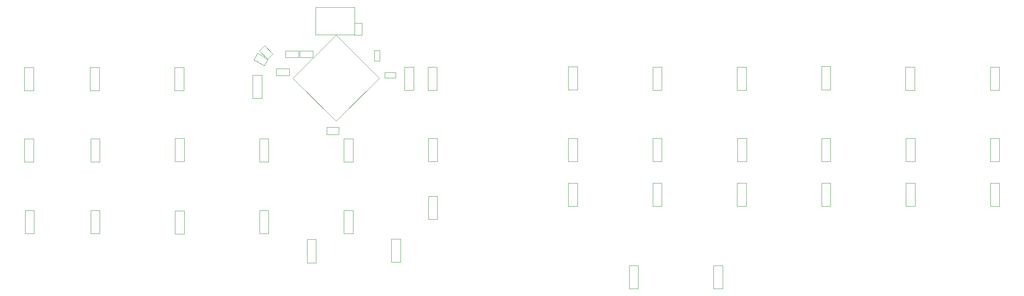
<source format=gbr>
G04 #@! TF.FileFunction,Other,User*
%FSLAX46Y46*%
G04 Gerber Fmt 4.6, Leading zero omitted, Abs format (unit mm)*
G04 Created by KiCad (PCBNEW 4.0.5) date Saturday, July 01, 2017 'AMt' 12:52:34 AM*
%MOMM*%
%LPD*%
G01*
G04 APERTURE LIST*
%ADD10C,0.100000*%
%ADD11C,0.050000*%
G04 APERTURE END LIST*
D10*
D11*
X59250000Y-9550000D02*
X62150000Y-9550000D01*
X59250000Y-8050000D02*
X62150000Y-8050000D01*
X59250000Y-9550000D02*
X59250000Y-8050000D01*
X62150000Y-9550000D02*
X62150000Y-8050000D01*
X61300000Y-5600000D02*
X64200000Y-5600000D01*
X61300000Y-4100000D02*
X64200000Y-4100000D01*
X61300000Y-5600000D02*
X61300000Y-4100000D01*
X64200000Y-5600000D02*
X64200000Y-4100000D01*
X67890000Y5460000D02*
X76490000Y5460000D01*
X67890000Y-590000D02*
X76490000Y-590000D01*
X67890000Y5460000D02*
X67890000Y-590000D01*
X76490000Y5460000D02*
X76490000Y-590000D01*
X64390000Y-5600000D02*
X67290000Y-5600000D01*
X64390000Y-4100000D02*
X67290000Y-4100000D01*
X64390000Y-5600000D02*
X64390000Y-4100000D01*
X67290000Y-5600000D02*
X67290000Y-4100000D01*
X6100000Y-12850000D02*
X6100000Y-7750000D01*
X6100000Y-7750000D02*
X4100000Y-7750000D01*
X4100000Y-7750000D02*
X4100000Y-12850000D01*
X4100000Y-12850000D02*
X6100000Y-12850000D01*
X20500000Y-12850000D02*
X20500000Y-7750000D01*
X20500000Y-7750000D02*
X18500000Y-7750000D01*
X18500000Y-7750000D02*
X18500000Y-12850000D01*
X18500000Y-12850000D02*
X20500000Y-12850000D01*
X39000000Y-12850000D02*
X39000000Y-7750000D01*
X39000000Y-7750000D02*
X37000000Y-7750000D01*
X37000000Y-7750000D02*
X37000000Y-12850000D01*
X37000000Y-12850000D02*
X39000000Y-12850000D01*
X56100000Y-14550000D02*
X56100000Y-9450000D01*
X56100000Y-9450000D02*
X54100000Y-9450000D01*
X54100000Y-9450000D02*
X54100000Y-14550000D01*
X54100000Y-14550000D02*
X56100000Y-14550000D01*
X89400000Y-12750000D02*
X89400000Y-7650000D01*
X89400000Y-7650000D02*
X87400000Y-7650000D01*
X87400000Y-7650000D02*
X87400000Y-12750000D01*
X87400000Y-12750000D02*
X89400000Y-12750000D01*
X94500000Y-12750000D02*
X94500000Y-7650000D01*
X94500000Y-7650000D02*
X92500000Y-7650000D01*
X92500000Y-7650000D02*
X92500000Y-12750000D01*
X92500000Y-12750000D02*
X94500000Y-12750000D01*
X125300000Y-12699940D02*
X125300000Y-7599940D01*
X125300000Y-7599940D02*
X123300000Y-7599940D01*
X123300000Y-7599940D02*
X123300000Y-12699940D01*
X123300000Y-12699940D02*
X125300000Y-12699940D01*
X143800000Y-12750000D02*
X143800000Y-7650000D01*
X143800000Y-7650000D02*
X141800000Y-7650000D01*
X141800000Y-7650000D02*
X141800000Y-12750000D01*
X141800000Y-12750000D02*
X143800000Y-12750000D01*
X162300000Y-12750000D02*
X162300000Y-7650000D01*
X162300000Y-7650000D02*
X160300000Y-7650000D01*
X160300000Y-7650000D02*
X160300000Y-12750000D01*
X160300000Y-12750000D02*
X162300000Y-12750000D01*
X180800000Y-12650000D02*
X180800000Y-7550000D01*
X180800000Y-7550000D02*
X178800000Y-7550000D01*
X178800000Y-7550000D02*
X178800000Y-12650000D01*
X178800000Y-12650000D02*
X180800000Y-12650000D01*
X199200000Y-12750000D02*
X199200000Y-7650000D01*
X199200000Y-7650000D02*
X197200000Y-7650000D01*
X197200000Y-7650000D02*
X197200000Y-12750000D01*
X197200000Y-12750000D02*
X199200000Y-12750000D01*
X217800000Y-12750000D02*
X217800000Y-7650000D01*
X217800000Y-7650000D02*
X215800000Y-7650000D01*
X215800000Y-7650000D02*
X215800000Y-12750000D01*
X215800000Y-12750000D02*
X217800000Y-12750000D01*
X6100000Y-28550000D02*
X6100000Y-23450000D01*
X6100000Y-23450000D02*
X4100000Y-23450000D01*
X4100000Y-23450000D02*
X4100000Y-28550000D01*
X4100000Y-28550000D02*
X6100000Y-28550000D01*
X20600000Y-28550000D02*
X20600000Y-23450000D01*
X20600000Y-23450000D02*
X18600000Y-23450000D01*
X18600000Y-23450000D02*
X18600000Y-28550000D01*
X18600000Y-28550000D02*
X20600000Y-28550000D01*
X39100000Y-28450000D02*
X39100000Y-23350000D01*
X39100000Y-23350000D02*
X37100000Y-23350000D01*
X37100000Y-23350000D02*
X37100000Y-28450000D01*
X37100000Y-28450000D02*
X39100000Y-28450000D01*
X57600000Y-28550000D02*
X57600000Y-23450000D01*
X57600000Y-23450000D02*
X55600000Y-23450000D01*
X55600000Y-23450000D02*
X55600000Y-28550000D01*
X55600000Y-28550000D02*
X57600000Y-28550000D01*
X76100000Y-28550000D02*
X76100000Y-23450000D01*
X76100000Y-23450000D02*
X74100000Y-23450000D01*
X74100000Y-23450000D02*
X74100000Y-28550000D01*
X74100000Y-28550000D02*
X76100000Y-28550000D01*
X94600000Y-28450000D02*
X94600000Y-23350000D01*
X94600000Y-23350000D02*
X92600000Y-23350000D01*
X92600000Y-23350000D02*
X92600000Y-28450000D01*
X92600000Y-28450000D02*
X94600000Y-28450000D01*
X125300000Y-28450000D02*
X125300000Y-23350000D01*
X125300000Y-23350000D02*
X123300000Y-23350000D01*
X123300000Y-23350000D02*
X123300000Y-28450000D01*
X123300000Y-28450000D02*
X125300000Y-28450000D01*
X143800000Y-28450000D02*
X143800000Y-23350000D01*
X143800000Y-23350000D02*
X141800000Y-23350000D01*
X141800000Y-23350000D02*
X141800000Y-28450000D01*
X141800000Y-28450000D02*
X143800000Y-28450000D01*
X162380000Y-28449940D02*
X162380000Y-23349940D01*
X162380000Y-23349940D02*
X160380000Y-23349940D01*
X160380000Y-23349940D02*
X160380000Y-28449940D01*
X160380000Y-28449940D02*
X162380000Y-28449940D01*
X180800000Y-28450000D02*
X180800000Y-23350000D01*
X180800000Y-23350000D02*
X178800000Y-23350000D01*
X178800000Y-23350000D02*
X178800000Y-28450000D01*
X178800000Y-28450000D02*
X180800000Y-28450000D01*
X199300000Y-28450000D02*
X199300000Y-23350000D01*
X199300000Y-23350000D02*
X197300000Y-23350000D01*
X197300000Y-23350000D02*
X197300000Y-28450000D01*
X197300000Y-28450000D02*
X199300000Y-28450000D01*
X217800000Y-28450000D02*
X217800000Y-23350000D01*
X217800000Y-23350000D02*
X215800000Y-23350000D01*
X215800000Y-23350000D02*
X215800000Y-28450000D01*
X215800000Y-28450000D02*
X217800000Y-28450000D01*
X6200000Y-44250000D02*
X6200000Y-39150000D01*
X6200000Y-39150000D02*
X4200000Y-39150000D01*
X4200000Y-39150000D02*
X4200000Y-44250000D01*
X4200000Y-44250000D02*
X6200000Y-44250000D01*
X20600000Y-44250000D02*
X20600000Y-39150000D01*
X20600000Y-39150000D02*
X18600000Y-39150000D01*
X18600000Y-39150000D02*
X18600000Y-44250000D01*
X18600000Y-44250000D02*
X20600000Y-44250000D01*
X39100000Y-44350000D02*
X39100000Y-39250000D01*
X39100000Y-39250000D02*
X37100000Y-39250000D01*
X37100000Y-39250000D02*
X37100000Y-44350000D01*
X37100000Y-44350000D02*
X39100000Y-44350000D01*
X57600000Y-44250000D02*
X57600000Y-39150000D01*
X57600000Y-39150000D02*
X55600000Y-39150000D01*
X55600000Y-39150000D02*
X55600000Y-44250000D01*
X55600000Y-44250000D02*
X57600000Y-44250000D01*
X76100000Y-44250000D02*
X76100000Y-39150000D01*
X76100000Y-39150000D02*
X74100000Y-39150000D01*
X74100000Y-39150000D02*
X74100000Y-44250000D01*
X74100000Y-44250000D02*
X76100000Y-44250000D01*
X94600000Y-41150000D02*
X94600000Y-36050000D01*
X94600000Y-36050000D02*
X92600000Y-36050000D01*
X92600000Y-36050000D02*
X92600000Y-41150000D01*
X92600000Y-41150000D02*
X94600000Y-41150000D01*
X125300000Y-38250000D02*
X125300000Y-33150000D01*
X125300000Y-33150000D02*
X123300000Y-33150000D01*
X123300000Y-33150000D02*
X123300000Y-38250000D01*
X123300000Y-38250000D02*
X125300000Y-38250000D01*
X143800000Y-38250000D02*
X143800000Y-33150000D01*
X143800000Y-33150000D02*
X141800000Y-33150000D01*
X141800000Y-33150000D02*
X141800000Y-38250000D01*
X141800000Y-38250000D02*
X143800000Y-38250000D01*
X162300000Y-38250000D02*
X162300000Y-33150000D01*
X162300000Y-33150000D02*
X160300000Y-33150000D01*
X160300000Y-33150000D02*
X160300000Y-38250000D01*
X160300000Y-38250000D02*
X162300000Y-38250000D01*
X180800000Y-38250000D02*
X180800000Y-33150000D01*
X180800000Y-33150000D02*
X178800000Y-33150000D01*
X178800000Y-33150000D02*
X178800000Y-38250000D01*
X178800000Y-38250000D02*
X180800000Y-38250000D01*
X199300000Y-38250000D02*
X199300000Y-33150000D01*
X199300000Y-33150000D02*
X197300000Y-33150000D01*
X197300000Y-33150000D02*
X197300000Y-38250000D01*
X197300000Y-38250000D02*
X199300000Y-38250000D01*
X217800000Y-38250000D02*
X217800000Y-33150000D01*
X217800000Y-33150000D02*
X215800000Y-33150000D01*
X215800000Y-33150000D02*
X215800000Y-38250000D01*
X215800000Y-38250000D02*
X217800000Y-38250000D01*
X66000000Y-45550000D02*
X66000000Y-50650000D01*
X66000000Y-50650000D02*
X68000000Y-50650000D01*
X68000000Y-50650000D02*
X68000000Y-45550000D01*
X68000000Y-45550000D02*
X66000000Y-45550000D01*
X84500000Y-45450000D02*
X84500000Y-50550000D01*
X84500000Y-50550000D02*
X86500000Y-50550000D01*
X86500000Y-50550000D02*
X86500000Y-45450000D01*
X86500000Y-45450000D02*
X84500000Y-45450000D01*
X136620000Y-51299940D02*
X136620000Y-56399940D01*
X136620000Y-56399940D02*
X138620000Y-56399940D01*
X138620000Y-56399940D02*
X138620000Y-51299940D01*
X138620000Y-51299940D02*
X136620000Y-51299940D01*
X155110000Y-51290000D02*
X155110000Y-56390000D01*
X155110000Y-56390000D02*
X157110000Y-56390000D01*
X157110000Y-56390000D02*
X157110000Y-51290000D01*
X157110000Y-51290000D02*
X155110000Y-51290000D01*
X58544594Y-4803223D02*
X56706117Y-2964746D01*
X57413223Y-5934594D02*
X55574746Y-4096117D01*
X58544594Y-4803223D02*
X57413223Y-5934594D01*
X56706117Y-2964746D02*
X55574746Y-4096117D01*
X54374167Y-6052820D02*
X56625833Y-7352820D01*
X55174167Y-4667180D02*
X57425833Y-5967180D01*
X54374167Y-6052820D02*
X55174167Y-4667180D01*
X56625833Y-7352820D02*
X57425833Y-5967180D01*
X62924769Y-10100000D02*
X72400000Y-624769D01*
X72400000Y-19575231D02*
X81875231Y-10100000D01*
X62924769Y-10100000D02*
X72400000Y-19575231D01*
X72400000Y-624769D02*
X81875231Y-10100000D01*
X73000000Y-20900000D02*
X70400000Y-20900000D01*
X73000000Y-22500000D02*
X70400000Y-22500000D01*
X73000000Y-20900000D02*
X73000000Y-22500000D01*
X70400000Y-20900000D02*
X70400000Y-22500000D01*
X83100000Y-10050000D02*
X85400000Y-10050000D01*
X83100000Y-8850000D02*
X85400000Y-8850000D01*
X83100000Y-10050000D02*
X83100000Y-8850000D01*
X85400000Y-10050000D02*
X85400000Y-8850000D01*
X80750000Y-4000000D02*
X80750000Y-6300000D01*
X81950000Y-4000000D02*
X81950000Y-6300000D01*
X80750000Y-4000000D02*
X81950000Y-4000000D01*
X80750000Y-6300000D02*
X81950000Y-6300000D01*
X76460000Y1960000D02*
X76460000Y-640000D01*
X78060000Y1960000D02*
X78060000Y-640000D01*
X76460000Y1960000D02*
X78060000Y1960000D01*
X76460000Y-640000D02*
X78060000Y-640000D01*
M02*

</source>
